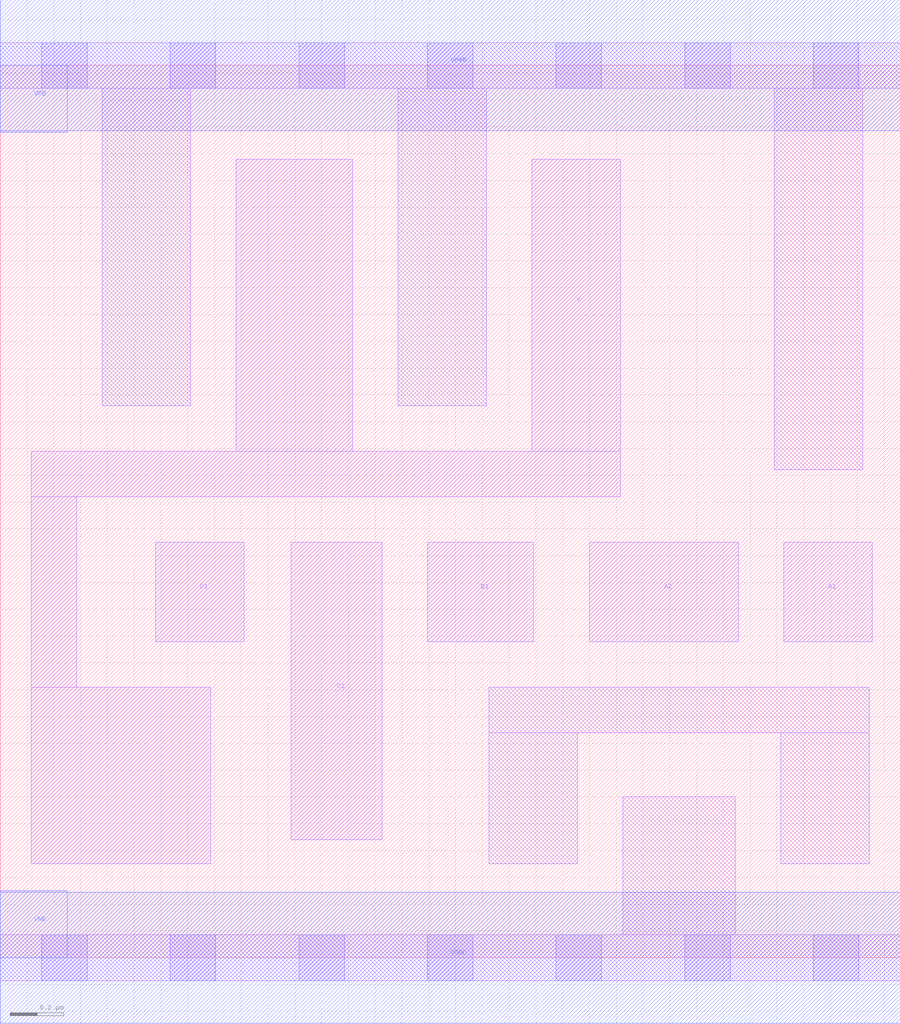
<source format=lef>
# Copyright 2020 The SkyWater PDK Authors
#
# Licensed under the Apache License, Version 2.0 (the "License");
# you may not use this file except in compliance with the License.
# You may obtain a copy of the License at
#
#     https://www.apache.org/licenses/LICENSE-2.0
#
# Unless required by applicable law or agreed to in writing, software
# distributed under the License is distributed on an "AS IS" BASIS,
# WITHOUT WARRANTIES OR CONDITIONS OF ANY KIND, either express or implied.
# See the License for the specific language governing permissions and
# limitations under the License.
#
# SPDX-License-Identifier: Apache-2.0

VERSION 5.5 ;
NAMESCASESENSITIVE ON ;
BUSBITCHARS "[]" ;
DIVIDERCHAR "/" ;
MACRO sky130_fd_sc_ms__o2111ai_1
  CLASS CORE ;
  SOURCE USER ;
  ORIGIN  0.000000  0.000000 ;
  SIZE  3.360000 BY  3.330000 ;
  SYMMETRY X Y ;
  SITE unit ;
  PIN A1
    ANTENNAGATEAREA  0.279000 ;
    DIRECTION INPUT ;
    USE SIGNAL ;
    PORT
      LAYER li1 ;
        RECT 2.925000 1.180000 3.255000 1.550000 ;
    END
  END A1
  PIN A2
    ANTENNAGATEAREA  0.279000 ;
    DIRECTION INPUT ;
    USE SIGNAL ;
    PORT
      LAYER li1 ;
        RECT 2.200000 1.180000 2.755000 1.550000 ;
    END
  END A2
  PIN B1
    ANTENNAGATEAREA  0.279000 ;
    DIRECTION INPUT ;
    USE SIGNAL ;
    PORT
      LAYER li1 ;
        RECT 1.595000 1.180000 1.990000 1.550000 ;
    END
  END B1
  PIN C1
    ANTENNAGATEAREA  0.279000 ;
    DIRECTION INPUT ;
    USE SIGNAL ;
    PORT
      LAYER li1 ;
        RECT 1.085000 0.440000 1.425000 1.550000 ;
    END
  END C1
  PIN D1
    ANTENNAGATEAREA  0.279000 ;
    DIRECTION INPUT ;
    USE SIGNAL ;
    PORT
      LAYER li1 ;
        RECT 0.580000 1.180000 0.910000 1.550000 ;
    END
  END D1
  PIN Y
    ANTENNADIFFAREA  1.162500 ;
    DIRECTION OUTPUT ;
    USE SIGNAL ;
    PORT
      LAYER li1 ;
        RECT 0.115000 0.350000 0.785000 1.010000 ;
        RECT 0.115000 1.010000 0.285000 1.720000 ;
        RECT 0.115000 1.720000 2.315000 1.890000 ;
        RECT 0.880000 1.890000 1.315000 2.980000 ;
        RECT 1.985000 1.890000 2.315000 2.980000 ;
    END
  END Y
  PIN VGND
    DIRECTION INOUT ;
    USE GROUND ;
    PORT
      LAYER met1 ;
        RECT 0.000000 -0.245000 3.360000 0.245000 ;
    END
  END VGND
  PIN VNB
    DIRECTION INOUT ;
    USE GROUND ;
    PORT
      LAYER met1 ;
        RECT 0.000000 0.000000 0.250000 0.250000 ;
    END
  END VNB
  PIN VPB
    DIRECTION INOUT ;
    USE POWER ;
    PORT
      LAYER met1 ;
        RECT 0.000000 3.080000 0.250000 3.330000 ;
    END
  END VPB
  PIN VPWR
    DIRECTION INOUT ;
    USE POWER ;
    PORT
      LAYER met1 ;
        RECT 0.000000 3.085000 3.360000 3.575000 ;
    END
  END VPWR
  OBS
    LAYER li1 ;
      RECT 0.000000 -0.085000 3.360000 0.085000 ;
      RECT 0.000000  3.245000 3.360000 3.415000 ;
      RECT 0.380000  2.060000 0.710000 3.245000 ;
      RECT 1.485000  2.060000 1.815000 3.245000 ;
      RECT 1.825000  0.350000 2.155000 0.840000 ;
      RECT 1.825000  0.840000 3.245000 1.010000 ;
      RECT 2.325000  0.085000 2.745000 0.600000 ;
      RECT 2.890000  1.820000 3.220000 3.245000 ;
      RECT 2.915000  0.350000 3.245000 0.840000 ;
    LAYER mcon ;
      RECT 0.155000 -0.085000 0.325000 0.085000 ;
      RECT 0.155000  3.245000 0.325000 3.415000 ;
      RECT 0.635000 -0.085000 0.805000 0.085000 ;
      RECT 0.635000  3.245000 0.805000 3.415000 ;
      RECT 1.115000 -0.085000 1.285000 0.085000 ;
      RECT 1.115000  3.245000 1.285000 3.415000 ;
      RECT 1.595000 -0.085000 1.765000 0.085000 ;
      RECT 1.595000  3.245000 1.765000 3.415000 ;
      RECT 2.075000 -0.085000 2.245000 0.085000 ;
      RECT 2.075000  3.245000 2.245000 3.415000 ;
      RECT 2.555000 -0.085000 2.725000 0.085000 ;
      RECT 2.555000  3.245000 2.725000 3.415000 ;
      RECT 3.035000 -0.085000 3.205000 0.085000 ;
      RECT 3.035000  3.245000 3.205000 3.415000 ;
  END
END sky130_fd_sc_ms__o2111ai_1
END LIBRARY

</source>
